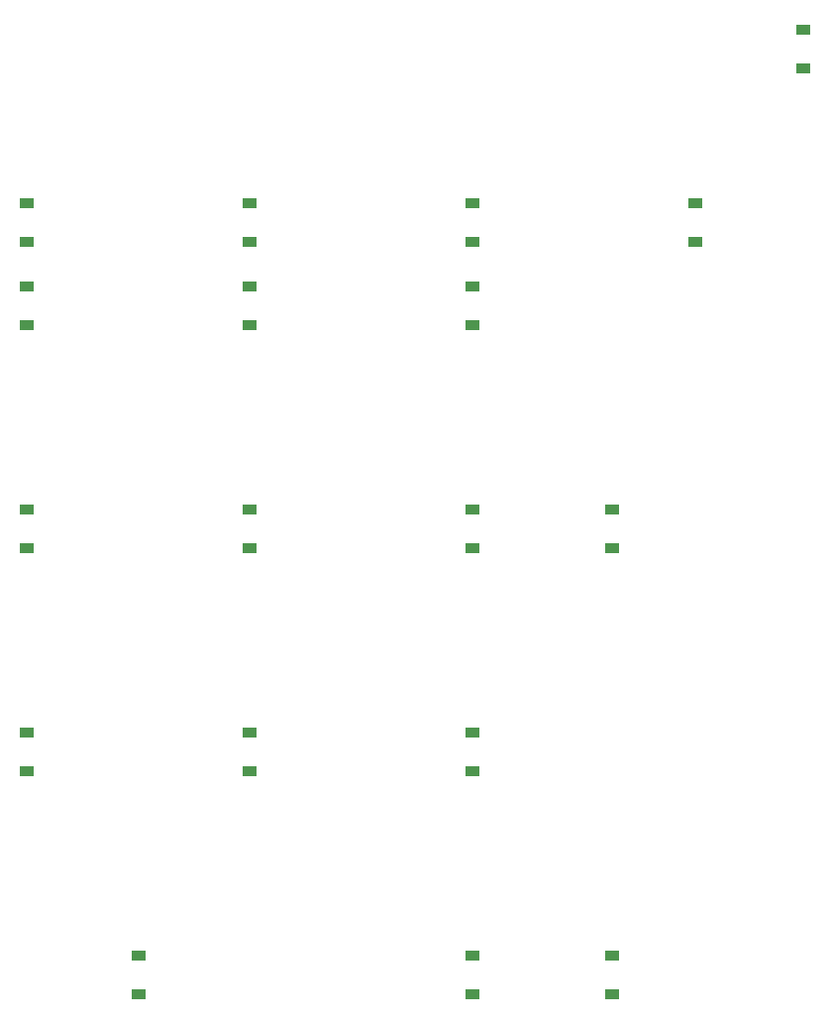
<source format=gbr>
%TF.GenerationSoftware,KiCad,Pcbnew,5.1.9-73d0e3b20d~88~ubuntu20.04.1*%
%TF.CreationDate,2021-03-20T19:20:58-05:00*%
%TF.ProjectId,KeypadMacropad1,4b657970-6164-44d6-9163-726f70616431,rev?*%
%TF.SameCoordinates,Original*%
%TF.FileFunction,Paste,Bot*%
%TF.FilePolarity,Positive*%
%FSLAX46Y46*%
G04 Gerber Fmt 4.6, Leading zero omitted, Abs format (unit mm)*
G04 Created by KiCad (PCBNEW 5.1.9-73d0e3b20d~88~ubuntu20.04.1) date 2021-03-20 19:20:58*
%MOMM*%
%LPD*%
G01*
G04 APERTURE LIST*
%ADD10R,1.200000X0.900000*%
G04 APERTURE END LIST*
D10*
%TO.C,D1*%
X170508000Y-48366000D03*
X170508000Y-45066000D03*
%TD*%
%TO.C,D13*%
X142218750Y-89356250D03*
X142218750Y-86056250D03*
%TD*%
%TO.C,D14*%
X142218750Y-108406250D03*
X142218750Y-105106250D03*
%TD*%
%TO.C,D15*%
X142218750Y-127456250D03*
X142218750Y-124156250D03*
%TD*%
%TO.C,D16*%
X161268750Y-59862500D03*
X161268750Y-63162500D03*
%TD*%
%TO.C,D7*%
X123168750Y-59862500D03*
X123168750Y-63162500D03*
%TD*%
%TO.C,D4*%
X104118750Y-89356250D03*
X104118750Y-86056250D03*
%TD*%
%TO.C,D8*%
X123168750Y-70306250D03*
X123168750Y-67006250D03*
%TD*%
%TO.C,D6*%
X113643750Y-127456250D03*
X113643750Y-124156250D03*
%TD*%
%TO.C,D18*%
X154125000Y-127456250D03*
X154125000Y-124156250D03*
%TD*%
%TO.C,D5*%
X104118750Y-108406250D03*
X104118750Y-105106250D03*
%TD*%
%TO.C,D17*%
X154125000Y-89356250D03*
X154125000Y-86056250D03*
%TD*%
%TO.C,D3*%
X104118750Y-70306250D03*
X104118750Y-67006250D03*
%TD*%
%TO.C,D11*%
X142218750Y-59862500D03*
X142218750Y-63162500D03*
%TD*%
%TO.C,D12*%
X142218750Y-70306250D03*
X142218750Y-67006250D03*
%TD*%
%TO.C,D9*%
X123168750Y-89356250D03*
X123168750Y-86056250D03*
%TD*%
%TO.C,D10*%
X123168750Y-108406250D03*
X123168750Y-105106250D03*
%TD*%
%TO.C,D2*%
X104118750Y-59862500D03*
X104118750Y-63162500D03*
%TD*%
M02*

</source>
